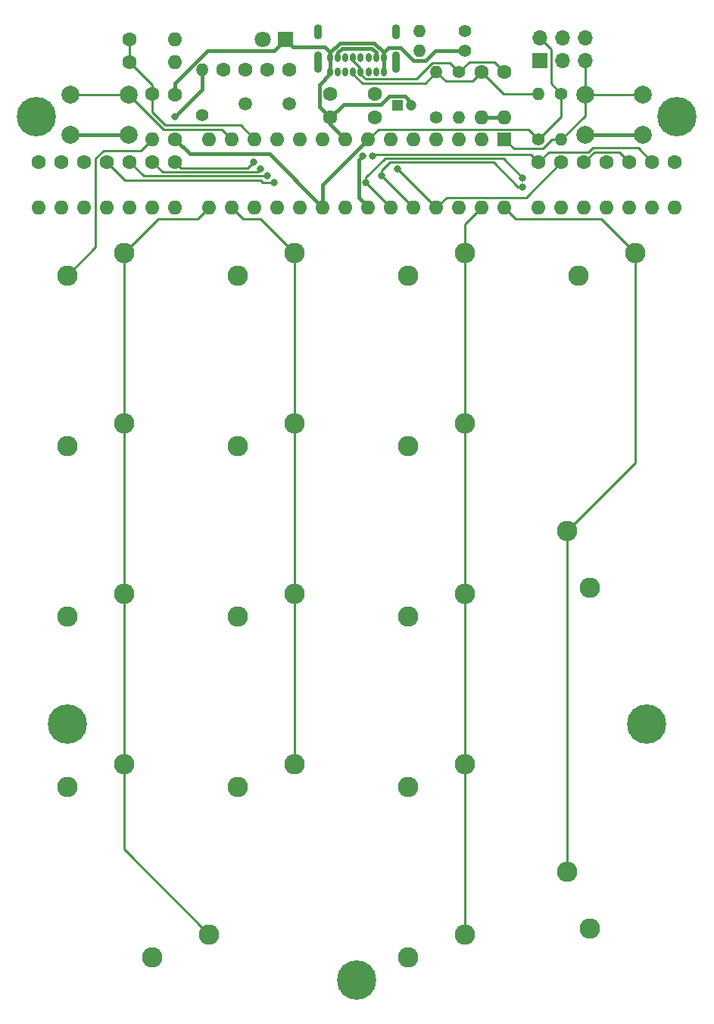
<source format=gbl>
G04 #@! TF.GenerationSoftware,KiCad,Pcbnew,(6.0.2)*
G04 #@! TF.CreationDate,2022-03-11T17:30:27-05:00*
G04 #@! TF.ProjectId,RYCpad_pcb,52594370-6164-45f7-9063-622e6b696361,rev?*
G04 #@! TF.SameCoordinates,Original*
G04 #@! TF.FileFunction,Copper,L2,Bot*
G04 #@! TF.FilePolarity,Positive*
%FSLAX46Y46*%
G04 Gerber Fmt 4.6, Leading zero omitted, Abs format (unit mm)*
G04 Created by KiCad (PCBNEW (6.0.2)) date 2022-03-11 17:30:27*
%MOMM*%
%LPD*%
G01*
G04 APERTURE LIST*
G04 #@! TA.AperFunction,ComponentPad*
%ADD10R,1.600000X1.600000*%
G04 #@! TD*
G04 #@! TA.AperFunction,ComponentPad*
%ADD11O,1.600000X1.600000*%
G04 #@! TD*
G04 #@! TA.AperFunction,ComponentPad*
%ADD12C,1.600000*%
G04 #@! TD*
G04 #@! TA.AperFunction,ComponentPad*
%ADD13C,2.286000*%
G04 #@! TD*
G04 #@! TA.AperFunction,ComponentPad*
%ADD14C,1.400000*%
G04 #@! TD*
G04 #@! TA.AperFunction,ComponentPad*
%ADD15O,1.400000X1.400000*%
G04 #@! TD*
G04 #@! TA.AperFunction,ComponentPad*
%ADD16C,4.400000*%
G04 #@! TD*
G04 #@! TA.AperFunction,ComponentPad*
%ADD17C,2.000000*%
G04 #@! TD*
G04 #@! TA.AperFunction,ComponentPad*
%ADD18R,1.700000X1.700000*%
G04 #@! TD*
G04 #@! TA.AperFunction,ComponentPad*
%ADD19O,1.700000X1.700000*%
G04 #@! TD*
G04 #@! TA.AperFunction,ComponentPad*
%ADD20O,0.650000X1.000000*%
G04 #@! TD*
G04 #@! TA.AperFunction,ComponentPad*
%ADD21O,0.900000X1.700000*%
G04 #@! TD*
G04 #@! TA.AperFunction,ComponentPad*
%ADD22O,0.900000X2.400000*%
G04 #@! TD*
G04 #@! TA.AperFunction,ComponentPad*
%ADD23C,1.500000*%
G04 #@! TD*
G04 #@! TA.AperFunction,ComponentPad*
%ADD24R,1.200000X1.200000*%
G04 #@! TD*
G04 #@! TA.AperFunction,ComponentPad*
%ADD25C,1.200000*%
G04 #@! TD*
G04 #@! TA.AperFunction,ComponentPad*
%ADD26R,1.800000X1.800000*%
G04 #@! TD*
G04 #@! TA.AperFunction,ComponentPad*
%ADD27C,1.800000*%
G04 #@! TD*
G04 #@! TA.AperFunction,ViaPad*
%ADD28C,0.800000*%
G04 #@! TD*
G04 #@! TA.AperFunction,Conductor*
%ADD29C,0.250000*%
G04 #@! TD*
G04 #@! TA.AperFunction,Conductor*
%ADD30C,0.400000*%
G04 #@! TD*
G04 APERTURE END LIST*
D10*
X16510000Y46355000D03*
D11*
X13970000Y46355000D03*
X11430000Y46355000D03*
X8890000Y46355000D03*
X6350000Y46355000D03*
X3810000Y46355000D03*
X1270000Y46355000D03*
X-1270000Y46355000D03*
X-3810000Y46355000D03*
X-6350000Y46355000D03*
X-8890000Y46355000D03*
X-11430000Y46355000D03*
X-13970000Y46355000D03*
X-16510000Y46355000D03*
X-16510000Y38735000D03*
X-13970000Y38735000D03*
X-11430000Y38735000D03*
X-8890000Y38735000D03*
X-6350000Y38735000D03*
X-3810000Y38735000D03*
X-1270000Y38735000D03*
X1270000Y38735000D03*
X3810000Y38735000D03*
X6350000Y38735000D03*
X8890000Y38735000D03*
X11430000Y38735000D03*
X13970000Y38735000D03*
X16510000Y38735000D03*
D12*
X-22860000Y51435000D03*
D11*
X-22860000Y46355000D03*
D12*
X-25400000Y54991000D03*
D11*
X-20320000Y54991000D03*
D12*
X-25400000Y57531000D03*
D11*
X-20320000Y57531000D03*
D12*
X35560000Y43815000D03*
D11*
X35560000Y38735000D03*
D12*
X-35560000Y43815000D03*
D11*
X-35560000Y38735000D03*
D12*
X-20320000Y43815000D03*
D11*
X-20320000Y38735000D03*
D12*
X-22860000Y43815000D03*
D11*
X-22860000Y38735000D03*
D12*
X22860000Y43815000D03*
D11*
X22860000Y38735000D03*
D12*
X-30480000Y43815000D03*
D11*
X-30480000Y38735000D03*
D12*
X-25400000Y43815000D03*
D11*
X-25400000Y38735000D03*
D12*
X25400000Y43815000D03*
D11*
X25400000Y38735000D03*
D12*
X30480000Y43815000D03*
D11*
X30480000Y38735000D03*
D12*
X-27940000Y43815000D03*
D11*
X-27940000Y38735000D03*
D12*
X27940000Y43815000D03*
D11*
X27940000Y38735000D03*
D13*
X-26035000Y33655000D03*
X-32385000Y31115000D03*
X-6985000Y33655000D03*
X-13335000Y31115000D03*
X12065000Y33655000D03*
X5715000Y31115000D03*
X31115000Y33655000D03*
X24765000Y31115000D03*
X-26035000Y14605000D03*
X-32385000Y12065000D03*
X-6985000Y14605000D03*
X-13335000Y12065000D03*
X12065000Y14605000D03*
X5715000Y12065000D03*
X23495000Y2540000D03*
X26035000Y-3810000D03*
X-26035000Y-4445000D03*
X-32385000Y-6985000D03*
X-6985000Y-4445000D03*
X-13335000Y-6985000D03*
X12065000Y-4445000D03*
X5715000Y-6985000D03*
X-26035000Y-23495000D03*
X-32385000Y-26035000D03*
X-6985000Y-23495000D03*
X-13335000Y-26035000D03*
X12065000Y-23495000D03*
X5715000Y-26035000D03*
X23495000Y-35560000D03*
X26035000Y-41910000D03*
X-16510000Y-42545000D03*
X-22860000Y-45085000D03*
X12065000Y-42545000D03*
X5715000Y-45085000D03*
D14*
X22860000Y51435000D03*
D15*
X22860000Y46355000D03*
D14*
X12065000Y56261000D03*
D15*
X6985000Y56261000D03*
D14*
X12065000Y58420000D03*
D15*
X6985000Y58420000D03*
D14*
X20320000Y46355000D03*
D15*
X20320000Y51435000D03*
D14*
X11430000Y53848000D03*
D15*
X11430000Y48768000D03*
D16*
X35814000Y48895000D03*
X-35814000Y48895000D03*
D12*
X13970000Y53848000D03*
D11*
X13970000Y48768000D03*
D17*
X-25504000Y51363000D03*
X-32004000Y51363000D03*
X-25504000Y46863000D03*
X-32004000Y46863000D03*
D12*
X20320000Y43815000D03*
D11*
X20320000Y38735000D03*
D12*
X-20320000Y46355000D03*
X-20320000Y51355000D03*
D18*
X20447000Y55118000D03*
D19*
X20447000Y57658000D03*
X22987000Y55118000D03*
X22987000Y57658000D03*
X25527000Y55118000D03*
X25527000Y57658000D03*
D20*
X2975000Y53900000D03*
X2125000Y53900000D03*
X1275000Y53900000D03*
X425000Y53900000D03*
X-425000Y53900000D03*
X-1275000Y53900000D03*
X-2125000Y53900000D03*
X-2975000Y53900000D03*
X-2975000Y55450000D03*
X-2125000Y55450000D03*
X-1275000Y55450000D03*
X-425000Y55450000D03*
X425000Y55450000D03*
X1275000Y55450000D03*
X2125000Y55450000D03*
X2975000Y55450000D03*
D21*
X-4325000Y58360000D03*
D22*
X4325000Y54980000D03*
D21*
X4325000Y58360000D03*
D22*
X-4325000Y54980000D03*
D12*
X16510000Y53848000D03*
D11*
X16510000Y48768000D03*
D12*
X33020000Y43815000D03*
D11*
X33020000Y38735000D03*
D14*
X8890000Y48768000D03*
D15*
X8890000Y53848000D03*
D12*
X-33020000Y43815000D03*
D11*
X-33020000Y38735000D03*
D16*
X-32385000Y-19050000D03*
X0Y-47625000D03*
X32385000Y-19050000D03*
D17*
X25504000Y51363000D03*
X32004000Y51363000D03*
X25504000Y46863000D03*
X32004000Y46863000D03*
D14*
X-17272000Y49022000D03*
D15*
X-17272000Y54102000D03*
D23*
X-12446000Y50292000D03*
X-7566000Y50292000D03*
D12*
X-12446000Y54152800D03*
X-14946000Y54152800D03*
D24*
X4572000Y50165000D03*
D25*
X6072000Y50165000D03*
D12*
X2032000Y51435000D03*
X-2968000Y51435000D03*
X2032000Y48768000D03*
X-2968000Y48768000D03*
X-7569200Y54152800D03*
X-10069200Y54152800D03*
D26*
X-8001000Y57531000D03*
D27*
X-10541000Y57531000D03*
D28*
X-11557000Y43815000D03*
X1778000Y44450000D03*
X4572000Y43053000D03*
X-10795000Y43053000D03*
X-10033000Y42291000D03*
X2794000Y42291000D03*
X18542000Y41021000D03*
X1016000Y41529000D03*
X-9271000Y41529000D03*
X18542000Y42037000D03*
X635000Y44450000D03*
X-20320000Y48895000D03*
D29*
X-28335002Y45085000D02*
X-24130000Y45085000D01*
X-29210000Y34290000D02*
X-29210000Y44210002D01*
X-24130000Y45085000D02*
X-22860000Y46355000D01*
X-32385000Y31115000D02*
X-29210000Y34290000D01*
X-29210000Y44210002D02*
X-28335002Y45085000D01*
X-25400000Y57531000D02*
X-25400000Y54610000D01*
X-25400000Y54991000D02*
X-22860000Y52451000D01*
X-13005010Y47930010D02*
X-11430000Y46355000D01*
X-21434600Y47930010D02*
X-13005010Y47930010D01*
X-22860000Y51435000D02*
X-22860000Y49355410D01*
X-22860000Y52451000D02*
X-22860000Y51435000D01*
X-22860000Y49355410D02*
X-21434600Y47930010D01*
X20320000Y43815000D02*
X21445001Y44940001D01*
X31444990Y45390010D02*
X33020000Y43815000D01*
X-12231991Y43140009D02*
X-11557000Y43815000D01*
X26338600Y45390010D02*
X31444990Y45390010D01*
X19457470Y44677530D02*
X20320000Y43815000D01*
X21445001Y44940001D02*
X25888591Y44940001D01*
X25888591Y44940001D02*
X26338600Y45390010D01*
X1778000Y44450000D02*
X2005530Y44677530D01*
X-19645009Y43140009D02*
X-12231991Y43140009D01*
X2005530Y44677530D02*
X19457470Y44677530D01*
X-20320000Y43815000D02*
X-19645009Y43140009D01*
X4572000Y43053000D02*
X4572000Y43053000D01*
X-21734999Y42689999D02*
X-11158001Y42689999D01*
X-11158001Y42689999D02*
X-10795000Y43053000D01*
X10015001Y39860001D02*
X8890000Y38735000D01*
X8890000Y38735000D02*
X4572000Y43053000D01*
X22860000Y43815000D02*
X18905001Y39860001D01*
X-22860000Y43815000D02*
X-21734999Y42689999D01*
X18905001Y39860001D02*
X10015001Y39860001D01*
X-10084010Y42239990D02*
X-10033000Y42291000D01*
X6350000Y38735000D02*
X2794000Y42291000D01*
X-25400000Y43815000D02*
X-23824990Y42239990D01*
X18542000Y41021000D02*
X18025386Y41021000D01*
X26525001Y44940001D02*
X29354999Y44940001D01*
X3715316Y43778001D02*
X2794000Y42856685D01*
X18025386Y41021000D02*
X15268385Y43778001D01*
X-23824990Y42239990D02*
X-10084010Y42239990D01*
X2794000Y42856685D02*
X2794000Y42291000D01*
X29354999Y44940001D02*
X30480000Y43815000D01*
X15268385Y43778001D02*
X3715316Y43778001D01*
X25400000Y43815000D02*
X26525001Y44940001D01*
X3149325Y44228010D02*
X1016000Y42094685D01*
X-27940000Y43815000D02*
X-25914980Y41789980D01*
X18542000Y42037000D02*
X16350990Y44228010D01*
X-25914980Y41789980D02*
X-10795000Y41789980D01*
X3810000Y38735000D02*
X1016000Y41529000D01*
X-10795000Y41789980D02*
X-10534020Y41529000D01*
X16350990Y44228010D02*
X3149325Y44228010D01*
X1016000Y42094685D02*
X1016000Y41529000D01*
X-10534020Y41529000D02*
X-9271000Y41529000D01*
D30*
X-2975000Y53667000D02*
X-4167511Y52474489D01*
X4888480Y56579520D02*
X3515671Y56579520D01*
X-20320000Y51355000D02*
X-20320000Y52608944D01*
X-4167511Y49967511D02*
X-2968000Y48768000D01*
X-8001000Y57531000D02*
X-7112000Y56642000D01*
X2975000Y54000000D02*
X2975000Y55350000D01*
X12065000Y56261000D02*
X8763000Y56261000D01*
X-2975000Y56038850D02*
X-1899330Y57114520D01*
X13970000Y48768000D02*
X16510000Y48768000D01*
X-2975000Y54000000D02*
X-2975000Y55350000D01*
X635000Y44450000D02*
X215999Y44030999D01*
X2643467Y50235489D02*
X3572489Y51164511D01*
X-7112000Y56642000D02*
X-3578150Y56642000D01*
X215999Y39789001D02*
X1270000Y38735000D01*
X-1500511Y50235489D02*
X2643467Y50235489D01*
X3572489Y51164511D02*
X5350489Y51164511D01*
X6306511Y55161489D02*
X4888480Y56579520D01*
X3515671Y56579520D02*
X2975000Y56038849D01*
X-3578150Y56642000D02*
X-2975000Y56038850D01*
X5350489Y51164511D02*
X6072000Y50443000D01*
X-16697455Y56231489D02*
X-9300511Y56231489D01*
X6072000Y50443000D02*
X6072000Y50165000D01*
X-2968000Y48053000D02*
X-1270000Y46355000D01*
X-2968000Y48768000D02*
X-2968000Y48053000D01*
X32004000Y46863000D02*
X25504000Y46863000D01*
X-9300511Y56231489D02*
X-8001000Y57531000D01*
X-4167511Y52474489D02*
X-4167511Y49967511D01*
D29*
X-25654000Y46863000D02*
X-25036999Y47480001D01*
D30*
X-32004000Y46863000D02*
X-25504000Y46863000D01*
X-2975000Y54000000D02*
X-2975000Y53667000D01*
X-2968000Y48768000D02*
X-1500511Y50235489D01*
X1899329Y57114520D02*
X2975000Y56038849D01*
X8763000Y56261000D02*
X7663489Y55161489D01*
X7663489Y55161489D02*
X6306511Y55161489D01*
X2975000Y56038849D02*
X2975000Y55350000D01*
X-20320000Y52608944D02*
X-16697455Y56231489D01*
X215999Y44030999D02*
X215999Y39789001D01*
X-2975000Y55350000D02*
X-2975000Y56038850D01*
X-1899330Y57114520D02*
X1899329Y57114520D01*
D29*
X-425000Y53656441D02*
X605481Y52625960D01*
X16383000Y51435000D02*
X20320000Y51435000D01*
X8890000Y53848000D02*
X9915001Y52822999D01*
X12944999Y52822999D02*
X13970000Y53848000D01*
X9915001Y52822999D02*
X12944999Y52822999D01*
X7667960Y52625960D02*
X8890000Y53848000D01*
X13970000Y53848000D02*
X16383000Y51435000D01*
X-425000Y54000000D02*
X-425000Y53656441D01*
X605481Y52625960D02*
X7667960Y52625960D01*
X8465633Y54872511D02*
X10405489Y54872511D01*
X425000Y53656441D02*
X1005961Y53075480D01*
X425000Y54312000D02*
X425000Y54000000D01*
X10405489Y54872511D02*
X11430000Y53848000D01*
X12555001Y54973001D02*
X15384999Y54973001D01*
X425000Y54000000D02*
X425000Y53656441D01*
X11430000Y53848000D02*
X12555001Y54973001D01*
X-425000Y55350000D02*
X-425000Y55162000D01*
X15384999Y54973001D02*
X16510000Y53848000D01*
X1005961Y53075480D02*
X6668602Y53075480D01*
X6668602Y53075480D02*
X8465633Y54872511D01*
X-425000Y55162000D02*
X425000Y54312000D01*
X21844000Y46355000D02*
X22860000Y46355000D01*
X17534511Y45330489D02*
X20819489Y45330489D01*
X16510000Y46355000D02*
X17534511Y45330489D01*
X20819489Y45330489D02*
X21844000Y46355000D01*
X25504000Y55095000D02*
X25527000Y55118000D01*
X25504000Y51363000D02*
X25504000Y55095000D01*
X25504000Y51363000D02*
X32004000Y51363000D01*
X25504000Y48999000D02*
X25504000Y51363000D01*
X22860000Y46355000D02*
X25504000Y48999000D01*
D30*
X-17272000Y51943000D02*
X-20320000Y48895000D01*
D29*
X22860000Y51435000D02*
X21717000Y52578000D01*
X21717000Y56388000D02*
X20447000Y57658000D01*
D30*
X-17272000Y54102000D02*
X-17272000Y51943000D01*
D29*
X19194999Y47480001D02*
X20320000Y46355000D01*
X22860000Y51435000D02*
X22860000Y48895000D01*
D30*
X-3810000Y41275000D02*
X1270000Y46355000D01*
X-18669000Y44704000D02*
X-9779000Y44704000D01*
D29*
X22860000Y48895000D02*
X20320000Y46355000D01*
X21717000Y52578000D02*
X21717000Y56388000D01*
X2395001Y47480001D02*
X19194999Y47480001D01*
X1270000Y46355000D02*
X2395001Y47480001D01*
D30*
X-9779000Y44704000D02*
X-3810000Y38735000D01*
X-20320000Y46355000D02*
X-18669000Y44704000D01*
X-3810000Y38735000D02*
X-3810000Y41275000D01*
D29*
X-22225000Y37465000D02*
X-26035000Y33655000D01*
X-26035000Y33655000D02*
X-26035000Y14605000D01*
X-26035000Y-33020000D02*
X-16510000Y-42545000D01*
X-26035000Y-23495000D02*
X-26035000Y-33020000D01*
X-26035000Y-4445000D02*
X-26035000Y-23495000D01*
X-26035000Y14605000D02*
X-26035000Y-4445000D01*
X-16510000Y38735000D02*
X-17780000Y37465000D01*
X-17780000Y37465000D02*
X-22225000Y37465000D01*
X-6985000Y33655000D02*
X-6985000Y14605000D01*
X-6985000Y10324666D02*
X-6985000Y-4445000D01*
X-12700000Y37465000D02*
X-10795000Y37465000D01*
X-10795000Y37465000D02*
X-6985000Y33655000D01*
X-6985000Y-4445000D02*
X-6985000Y-23495000D01*
X-6985000Y14605000D02*
X-6985000Y10324666D01*
X-13970000Y38735000D02*
X-12700000Y37465000D01*
X12065000Y33655000D02*
X12065000Y14605000D01*
X13970000Y38735000D02*
X12065000Y36830000D01*
X12065000Y-4445000D02*
X12065000Y14605000D01*
X12065000Y36830000D02*
X12065000Y33655000D01*
X12065000Y-23495000D02*
X12065000Y-4445000D01*
X12065000Y-42545000D02*
X12065000Y-23495000D01*
X23495000Y2540000D02*
X23495000Y-35560000D01*
X31115000Y10160000D02*
X23495000Y2540000D01*
X16510000Y38735000D02*
X17780000Y37465000D01*
X27305000Y37465000D02*
X31115000Y33655000D01*
X17780000Y37465000D02*
X27305000Y37465000D01*
X31115000Y33655000D02*
X31115000Y10160000D01*
D30*
X-2125000Y55350000D02*
X-2125000Y56041000D01*
X-1651000Y56515000D02*
X1651000Y56515000D01*
X-2125000Y56041000D02*
X-1651000Y56515000D01*
X1651000Y56515000D02*
X2125000Y56041000D01*
X2125000Y56041000D02*
X2125000Y55350000D01*
D29*
X-21621001Y47480001D02*
X-25504000Y51363000D01*
X-25504000Y51363000D02*
X-32004000Y51363000D01*
X-15095001Y47480001D02*
X-13970000Y46355000D01*
X-15095001Y47480001D02*
X-21621001Y47480001D01*
M02*

</source>
